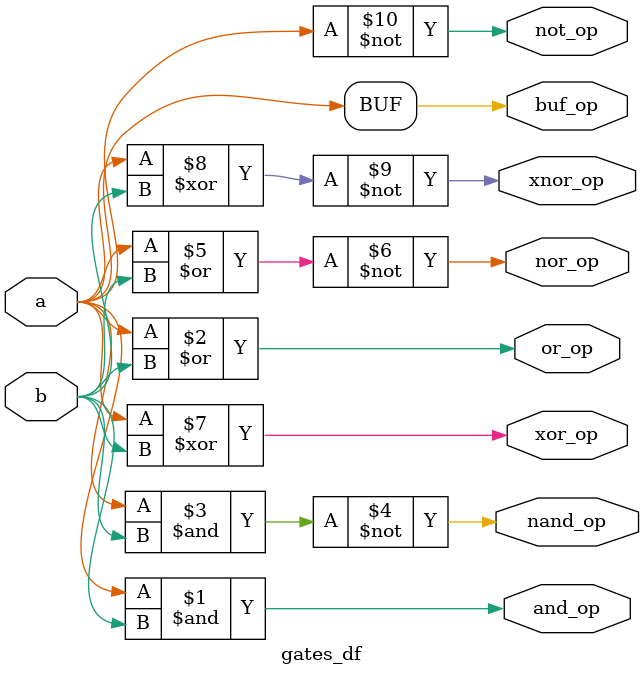
<source format=v>
`timescale 1ns / 1ps


module gates_df(a,b,and_op,or_op,nand_op,nor_op,not_op,xor_op,xnor_op,buf_op);
input a,b;
output and_op,or_op,nand_op,not_op,nor_op,xor_op,xnor_op,buf_op;
//dataflow modelling
assign and_op=a&b;
assign or_op=a|b;
assign nand_op=~(a&b);
assign nor_op=~(a|b);
assign xor_op=a^b;
assign xnor_op=~(a^b);
assign not_op=~(a);
assign buf_op=a;
endmodule

</source>
